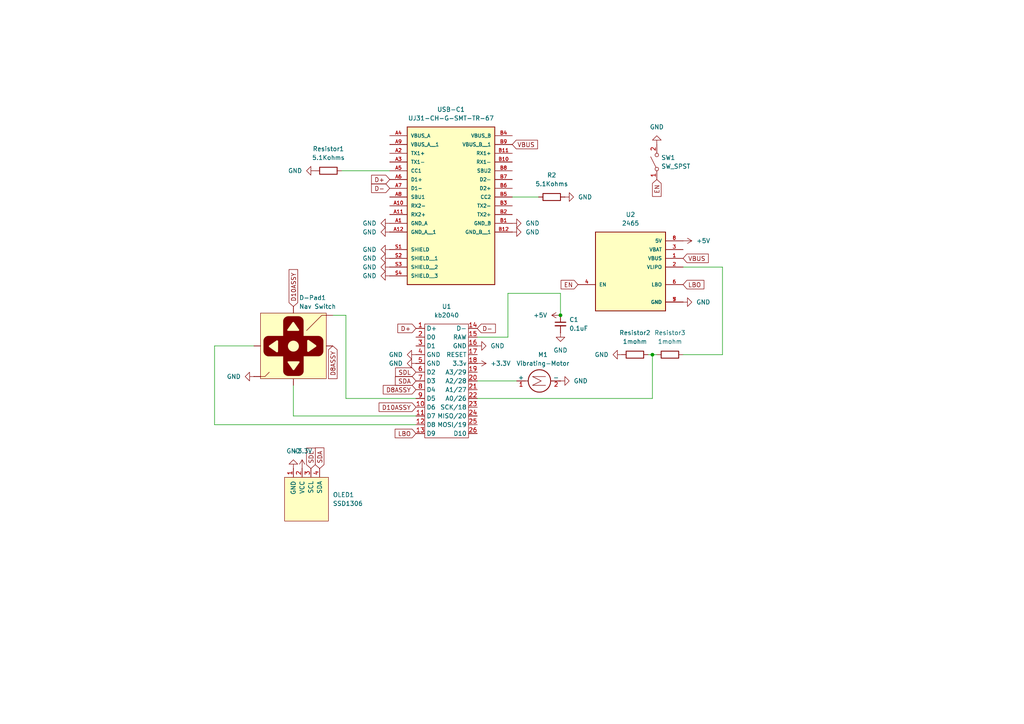
<source format=kicad_sch>
(kicad_sch (version 20250114) (generator "eeschema") (generator_version "9.0")
  (paper "A4")
  (lib_symbols
    (symbol "2465:2465" (pin_names (offset 1.016))
      (property "Reference" "U" (at -10.16 10.795 0))
      (property "Value" "2465" (at -10.16 -15.24 0))
      (symbol "2465_0_0"
        (rectangle (start -10.16 -12.7) (end 10.16 10.16) (stroke (width 0.254)) (fill (type background)))
        (pin input line (at -15.24 -5.08 0) (length 5.08) (name "EN") (number "4"))
        (pin power_in line (at 15.24 7.62 180) (length 5.08) (name "5V") (number "8"))
        (pin power_in line (at 15.24 5.08 180) (length 5.08) (name "VBAT") (number "3"))
        (pin power_in line (at 15.24 2.54 180) (length 5.08) (name "VBUS") (number "1"))
        (pin power_in line (at 15.24 0 180) (length 5.08) (name "VLIPO") (number "2"))
        (pin output line (at 15.24 -5.08 180) (length 5.08) (name "LBO") (number "6"))
        (pin power_in line (at 15.24 -10.16 180) (length 5.08) (name "GND") (number "5"))
        (pin power_in line (at 15.24 -10.16 180) (length 5.08) (name "GND") (number "7"))
      )
    )
    (symbol "D-pad:Navigation_5Way_SMD_9.9x9.9mm" (pin_numbers (hide yes)) (pin_names (offset 0) (hide yes))
      (property "Reference" "SW" (at -8.255 10.795 0))
      (property "Value" "Nav Switch" (at 6.985 -10.795 0))
      (symbol "Navigation_5Way_SMD_9.9x9.9mm_1_0"
        (polyline (pts (xy 1.5178 8.6159) (xy 1.5923 8.6104) (xy 1.6661 8.6013) (xy 1.739 8.5888) (xy 1.811 8.573) (xy 1.7984 8.5872) (xy 1.9517 8.5314) (xy 2.0201 8.5059) (xy 2.087 8.4774) (xy 2.1525 8.4459) (xy 2.2163 8.4115) (xy 2.2783 8.3744) (xy 2.3384 8.3345) (xy 2.3965 8.2921) (xy 2.4525 8.2471) (xy 2.5062 8.1997) (xy 2.5576 8.1499) (xy 2.6065 8.0978) (xy 2.6529 8.0436) (xy 2.6965 7.9872) (xy 2.7373 7.9289) (xy 2.7751 7.8686) (xy 2.8099 7.8065) (xy 2.8416 7.7426) (xy 2.8699 7.677) (xy 2.8949 7.6099) (xy 2.9163 7.5412) (xy 2.9341 7.4711) (xy 2.9481 7.3997) (xy 2.9583 7.3271) (xy 2.9645 7.2532) (xy 2.9666 7.1783) (xy 2.9666 2.9027) (xy 7.2211 2.9027) (xy 7.2212 2.9027) (xy 7.2961 2.9007) (xy 7.3702 2.8949) (xy 7.4431 2.8853) (xy 7.5149 2.872) (xy 7.5855 2.8553) (xy 7.6548 2.835) (xy 7.7227 2.8114) (xy 7.7891 2.7846) (xy 7.8539 2.7547) (xy 7.917 2.7217) (xy 7.9784 2.6858) (xy 8.0379 2.6471) (xy 8.0955 2.6056) (xy 8.151 2.5616) (xy 8.2045 2.5151) (xy 8.2557 2.4661) (xy 8.3047 2.4149) (xy 8.3512 2.3615) (xy 8.3953 2.306) (xy 8.4368 2.2485) (xy 8.4757 2.1891) (xy 8.5118 2.128) (xy 8.5451 2.0652) (xy 8.5755 2.0008) (xy 8.6029 1.935) (xy 8.6272 1.8678) (xy 8.6483 1.7994) (xy 8.6661 1.7298) (xy 8.6806 1.6592) (xy 8.6916 1.5876) (xy 8.699 1.5153) (xy 8.7029 1.4422) (xy 8.7029 -1.4577) (xy 8.7009 -1.5329) (xy 8.6953 -1.6076) (xy 8.686 -1.6817) (xy 8.6731 -1.755) (xy 8.6567 -1.8275) (xy 8.637 -1.899) (xy 8.614 -1.9693) (xy 8.5878 -2.0384) (xy 8.5584 -2.1062) (xy 8.5261 -2.1725) (xy 8.4909 -2.2371) (xy 8.4528 -2.3001) (xy 8.412 -2.3611) (xy 8.3686 -2.4202) (xy 8.3226 -2.4772) (xy 8.2742 -2.5319) (xy 8.2235 -2.5843) (xy 8.1704 -2.6342) (xy 8.1152 -2.6815) (xy 8.0579 -2.726) (xy 7.9987 -2.7678) (xy 7.9375 -2.8065) (xy 7.8745 -2.8421) (xy 7.8099 -2.8745) (xy 7.7436 -2.9036) (xy 7.6758 -2.9292) (xy 7.6066 -2.9512) (xy 7.536 -2.9695) (xy 7.4642 -2.9839) (xy 7.3913 -2.9944) (xy 7.3173 -3.0007) (xy 7.2423 -3.0029) (xy 2.9878 -3.0029) (xy 2.9878 -7.2785) (xy 2.9857 -7.3516) (xy 2.9795 -7.4238) (xy 2.9693 -7.495) (xy 2.9553 -7.5653) (xy 2.9375 -7.6343) (xy 2.9161 -7.7022) (xy 2.8911 -7.7687) (xy 2.8628 -7.8339) (xy 2.8311 -7.8975) (xy 2.7963 -7.9594) (xy 2.7585 -8.0197) (xy 2.7177 -8.0782) (xy 2.674 -8.1347) (xy 2.6277 -8.1892) (xy 2.5788 -8.2417) (xy 2.5274 -8.2919) (xy 2.4737 -8.3399) (xy 2.4177 -8.3854) (xy 2.3596 -8.4285) (xy 2.2995 -8.469) (xy 2.2375 -8.5068) (xy 2.1737 -8.5418) (xy 2.1082 -8.574) (xy 2.0413 -8.6031) (xy 1.9729 -8.6292) (xy 1.9031 -8.6522) (xy 1.8322 -8.6719) (xy 1.7602 -8.6882) (xy 1.6873 -8.701) (xy 1.6135 -8.7103) (xy 1.5389 -8.716) (xy 1.4638 -8.7179) (xy -1.436 -8.7179) (xy -1.5112 -8.7161) (xy -1.5857 -8.7106) (xy -1.6595 -8.7015) (xy -1.7324 -8.689) (xy -1.8044 -8.6732) (xy -1.8753 -8.654) (xy -1.945 -8.6316) (xy -2.0135 -8.6061) (xy -2.0804 -8.5776) (xy -2.1459 -8.5461) (xy -2.2097 -8.5117) (xy -2.2717 -8.4746) (xy -2.3318 -8.4347) (xy -2.3899 -8.3923) (xy -2.4459 -8.3473) (xy -2.4996 -8.2999) (xy -2.551 -8.2501) (xy -2.5999 -8.198) (xy -2.6462 -8.1438) (xy -2.6899 -8.0874) (xy -2.7307 -8.0291) (xy -2.7685 -7.9688) (xy -2.8033 -7.9067) (xy -2.835 -7.8428) (xy -2.8633 -7.7772) (xy -2.8883 -7.7101) (xy -2.9097 -7.6414) (xy -2.9275 -7.5713) (xy -2.9415 -7.4999) (xy -2.9517 -7.4273) (xy -2.9579 -7.3534) (xy -2.96 -7.2785) (xy -2.96 -4.6891) (xy -1.6773 -4.6891) (xy -1.6773 -4.6966) (xy -1.6769 -4.7041) (xy -1.6763 -4.7115) (xy -1.6753 -4.7189) (xy -1.674 -4.7262) (xy -1.6724 -4.7335) (xy -1.6705 -4.7408) (xy -1.6682 -4.7481) (xy -1.6656 -4.7553) (xy -1.6627 -4.7626) (xy -1.6558 -4.7774) (xy -1.6475 -4.7923) (xy -1.6378 -4.8075) (xy -1.6266 -4.8232) (xy -0.1873 -6.8975) (xy -0.1831 -6.9053) (xy -0.1786 -6.9129) (xy -0.1738 -6.9202) (xy -0.1686 -6.9273) (xy -0.1631 -6.9341) (xy -0.1573 -6.9407) (xy -0.145 -6.9531) (xy -0.1316 -6.9645) (xy -0.1173 -6.9749) (xy -0.1024 -6.9843) (xy -0.0868 -6.9927) (xy -0.0707 -7.0002) (xy -0.0542 -7.0066) (xy -0.0375 -7.0121) (xy -0.0206 -7.0166) (xy -0.0038 -7.02) (xy 0.013 -7.0225) (xy 0.0294 -7.024) (xy 0.0455 -7.0245) (xy 0.0614 -7.024) (xy 0.0773 -7.0225) (xy 0.093 -7.02) (xy 0.1087 -7.0166) (xy 0.1243 -7.0121) (xy 0.1397 -7.0066) (xy 0.1549 -7.0002) (xy 0.1699 -6.9927) (xy 0.1846 -6.9843) (xy 0.1991 -6.9749) (xy 0.2133 -6.9645) (xy 0.2271 -6.9531) (xy 0.2405 -6.9407) (xy 0.2536 -6.9273) (xy 0.2662 -6.9129) (xy 0.2784 -6.8975) (xy 1.7389 -4.8443) (xy 1.7389 -4.8444) (xy 1.7501 -4.8288) (xy 1.7598 -4.8135) (xy 1.7681 -4.7984) (xy 1.775 -4.7835) (xy 1.7805 -4.7686) (xy 1.7847 -4.7536) (xy 1.7876 -4.7383) (xy 1.7892 -4.7227) (xy 1.7895 -4.7065) (xy 1.7887 -4.6898) (xy 1.7867 -4.6723) (xy 1.7835 -4.6539) (xy 1.7792 -4.6345) (xy 1.7739 -4.614) (xy 1.7674 -4.5923) (xy 1.76 -4.5692) (xy 1.7559 -4.5596) (xy 1.7515 -4.5506) (xy 1.747 -4.5421) (xy 1.7421 -4.5343) (xy 1.737 -4.5269) (xy 1.7317 -4.5201) (xy 1.7261 -4.5138) (xy 1.7203 -4.508) (xy 1.7142 -4.5027) (xy 1.7079 -4.4978) (xy 1.7013 -4.4933) (xy 1.6945 -4.4892) (xy 1.6874 -4.4855) (xy 1.6801 -4.4822) (xy 1.6647 -4.4766) (xy 1.6484 -4.4722) (xy 1.631 -4.4689) (xy 1.6127 -4.4666) (xy 1.5933 -4.465) (xy 1.573 -4.4641) (xy 1.5516 -4.4636) (xy 1.506 -4.4634) (xy -1.3938 -4.4634) (xy -1.4395 -4.4636) (xy -1.4608 -4.4641) (xy -1.4811 -4.465) (xy -1.5005 -4.4666) (xy -1.5188 -4.4689) (xy -1.5276 -4.4705) (xy -1.5362 -4.4722) (xy -1.5445 -4.4743) (xy -1.5526 -4.4766) (xy -1.5604 -4.4792) (xy -1.5679 -4.4822) (xy -1.5753 -4.4855) (xy -1.5823 -4.4892) (xy -1.5891 -4.4933) (xy -1.5957 -4.4978) (xy -1.602 -4.5027) (xy -1.6081 -4.508) (xy -1.6139 -4.5138) (xy -1.6195 -4.5201) (xy -1.6249 -4.5269) (xy -1.6299 -4.5343) (xy -1.6348 -4.5421) (xy -1.6394 -4.5506) (xy -1.6437 -4.5596) (xy -1.6478 -4.5692) (xy -1.6552 -4.5886) (xy -1.6617 -4.607) (xy -1.667 -4.6247) (xy -1.6713 -4.6416) (xy -1.6745 -4.6579) (xy -1.6765 -4.6737) (xy -1.6773 -4.6891) (xy -2.96 -4.6891) (xy -2.96 -3.024) (xy -7.2357 -3.024) (xy -7.3106 -3.02) (xy -7.3844 -3.0118) (xy -7.457 -2.9997) (xy -7.5285 -2.9837) (xy -7.5985 -2.9639) (xy -7.6672 -2.9406) (xy -7.7343 -2.9137) (xy -7.7999 -2.8835) (xy -7.8638 -2.85) (xy -7.9259 -2.8134) (xy -7.9862 -2.7738) (xy -8.0446 -2.7312) (xy -8.1009 -2.6859) (xy -8.1552 -2.638) (xy -8.2072 -2.5875) (xy -8.257 -2.5346) (xy -8.3044 -2.4794) (xy -8.3494 -2.422) (xy -8.3919 -2.3626) (xy -8.4317 -2.3012) (xy -8.4688 -2.238) (xy -8.5032 -2.1731) (xy -8.5347 -2.1067) (xy -8.5632 -2.0388) (xy -8.5887 -1.9696) (xy -8.6111 -1.8991) (xy -8.6303 -1.8276) (xy -8.6462 -1.7551) (xy -8.6587 -1.6817) (xy -8.6677 -1.6076) (xy -8.6732 -1.5329) (xy -8.675 -1.4577) (xy -8.675 -0.1031) (xy -7.1087 -0.1031) (xy -7.1083 -0.1189) (xy -7.1068 -0.1348) (xy -7.1043 -0.1505) (xy -7.1008 -0.1662) (xy -7.0964 -0.1818) (xy -7.0909 -0.1972) (xy -7.0844 -0.2124) (xy -7.077 -0.2274) (xy -7.0686 -0.2421) (xy -7.0592 -0.2566) (xy -7.0487 -0.2708) (xy -7.0373 -0.2846) (xy -7.0249 -0.298) (xy -7.0115 -0.3111) (xy -6.9971 -0.3237) (xy -6.9818 -0.3359) (xy -4.9286 -1.7963) (xy -4.9118 -1.8042) (xy -4.8932 -1.8118) (xy -4.8833 -1.8155) (xy -4.8731 -1.819) (xy -4.8626 -1.8223) (xy -4.8518 -1.8254) (xy -4.8408 -1.8282) (xy -4.8296 -1.8308) (xy -4.8181 -1.8331) (xy -4.8065 -1.835) (xy -4.7948 -1.8365) (xy -4.783 -1.8377) (xy -4.7711 -1.8384) (xy -4.7592 -1.8386) (xy -4.7552 -1.8405) (xy -4.7511 -1.8421) (xy -4.7468 -1.8435) (xy -4.7425 -1.8446) (xy -4.738 -1.8456) (xy -4.7335 -1.8463) (xy -4.7242 -1.8472) (xy -4.7146 -1.8473) (xy -4.7049 -1.8468) (xy -4.6951 -1.8456) (xy -4.6852 -1.8439) (xy -4.6753 -1.8417) (xy -4.6654 -1.839) (xy -4.6557 -1.836) (xy -4.6461 -1.8327) (xy -4.6368 -1.8291) (xy -4.6279 -1.8253) (xy -4.6193 -1.8214) (xy -4.6111 -1.8175) (xy -4.5952 -1.809) (xy -4.5795 -1.7996) (xy -4.564 -1.7892) (xy -4.5489 -1.7778) (xy -4.5343 -1.7654) (xy -4.5203 -1.752) (xy -4.507 -1.7376) (xy -4.4947 -1.7222) (xy -4.4833 -1.7059) (xy -4.473 -1.6885) (xy -4.464 -1.6702) (xy -4.4563 -1.6508) (xy -4.453 -1.6408) (xy -4.4501 -1.6305) (xy -4.4476 -1.6199) (xy -4.4455 -1.6091) (xy -4.4439 -1.5981) (xy -4.4427 -1.5868) (xy -4.442 -1.5753) (xy -4.4417 -1.5635) (xy -4.4308 -0.0607) (xy -1.579 -0.0607) (xy -1.5772 -0.137) (xy -1.5718 -0.2133) (xy -1.5628 -0.2892) (xy -1.5502 -0.3647) (xy -1.534 -0.4396) (xy -1.5142 -0.5138) (xy -1.4908 -0.587) (xy -1.4639 -0.6593) (xy -1.4333 -0.7304) (xy -1.3991 -0.8001) (xy -1.3614 -0.8684) (xy -1.32 -0.935) (xy -1.275 -0.9999) (xy -1.2265 -1.0629) (xy -1.1743 -1.1238) (xy -1.1186 -1.1825) (xy -1.0599 -1.2382) (xy -0.999 -1.2904) (xy -0.936 -1.339) (xy -0.8711 -1.3839) (xy -0.8044 -1.4253) (xy -0.7362 -1.463) (xy -0.6664 -1.4972) (xy -0.5953 -1.5278) (xy -0.5231 -1.5548) (xy -0.4498 -1.5781) (xy -0.3756 -1.5979) (xy -0.3007 -1.6141) (xy -0.2253 -1.6267) (xy -0.1493 -1.6357) (xy -0.0731 -1.6411) (xy 0.0033 -1.6429) (xy 0.0796 -1.6411) (xy 0.1559 -1.6357) (xy 0.2318 -1.6267) (xy 0.3073 -1.6141) (xy 0.3822 -1.5979) (xy 0.4564 -1.5781) (xy 0.5296 -1.5548) (xy 0.6019 -1.5278) (xy 0.673 -1.4972) (xy 0.7427 -1.463) (xy 0.7522 -1.4578) (xy 4.0037 -1.4578) (xy 4.0039 -1.4677) (xy 4.0044 -1.4776) (xy 4.0053 -1.4875) (xy 4.0066 -1.4973) (xy 4.0083 -1.5071) (xy 4.0102 -1.5169) (xy 4.0126 -1.5266) (xy 4.0153 -1.5362) (xy 4.0183 -1.5457) (xy 4.0216 -1.5551) (xy 4.0253 -1.5643) (xy 4.0294 -1.5735) (xy 4.0337 -1.5825) (xy 4.0384 -1.5914) (xy 4.0434 -1.6001) (xy 4.0487 -1.6086) (xy 4.0543 -1.6169) (xy 4.0602 -1.6251) (xy 4.0664 -1.633) (xy 4.073 -1.6407) (xy 4.0798 -1.6482) (xy 4.0869 -1.6554) (xy 4.0943 -1.6624) (xy 4.1019 -1.6691) (xy 4.1099 -1.6755) (xy 4.1181 -1.6817) (xy 4.1266 -1.6875) (xy 4.1354 -1.693) (xy 4.1444 -1.6982) (xy 4.1537 -1.7031) (xy 4.1632 -1.7076) (xy 4.173 -1.7117) (xy 4.1814 -1.712) (xy 4.1907 -1.7127) (xy 4.2006 -1.7137) (xy 4.2111 -1.715) (xy 4.2329 -1.7184) (xy 4.255 -1.7223) (xy 4.2951 -1.7296) (xy 4.3105 -1.732) (xy 4.3165 -1.7327) (xy 4.3212 -1.7329) (xy 4.3271 -1.7347) (xy 4.3331 -1.7361) (xy 4.339 -1.7372) (xy 4.345 -1.738) (xy 4.3509 -1.7384) (xy 4.3568 -1.7385) (xy 4.3627 -1.7383) (xy 4.3685 -1.7378) (xy 4.3743 -1.7371) (xy 4.3801 -1.7361) (xy 4.3858 -1.7348) (xy 4.3915 -1.7332) (xy 4.3972 -1.7315) (xy 4.4028 -1.7295) (xy 4.4138 -1.7249) (xy 4.4246 -1.7196) (xy 4.4351 -1.7136) (xy 4.4453 -1.7071) (xy 4.4552 -1.7001) (xy 4.4647 -1.6928) (xy 4.4737 -1.6851) (xy 4.4824 -1.6773) (xy 4.4905 -1.6694) (xy 6.5649 -0.23) (xy 6.5649 -0.2299) (xy 6.5803 -0.218) (xy 6.5946 -0.206) (xy 6.6078 -0.1939) (xy 6.6198 -0.1816) (xy 6.6306 -0.1691) (xy 6.6401 -0.1562) (xy 6.6443 -0.1497) (xy 6.6482 -0.143) (xy 6.6517 -0.1363) (xy 6.6549 -0.1294) (xy 6.6577 -0.1224) (xy 6.6601 -0.1152) (xy 6.6621 -0.1079) (xy 6.6637 -0.1005) (xy 6.665 -0.0929) (xy 6.6658 -0.0852) (xy 6.6662 -0.0773) (xy 6.6661 -0.0692) (xy 6.6657 -0.0609) (xy 6.6648 -0.0524) (xy 6.6634 -0.0438) (xy 6.6616 -0.0349) (xy 6.6593 -0.0258) (xy 6.6566 -0.0165) (xy 6.6533 -0.0069) (xy 6.6496 0.0029) (xy 6.6491 0.0187) (xy 6.6476 0.0346) (xy 6.6452 0.0504) (xy 6.6417 0.066) (xy 6.6372 0.0816) (xy 6.6318 0.097) (xy 6.6253 0.1122) (xy 6.6179 0.1272) (xy 6.6095 0.142) (xy 6.6 0.1564) (xy 6.5896 0.1706) (xy 6.5782 0.1844) (xy 6.5658 0.1979) (xy 6.5524 0.2109) (xy 6.538 0.2235) (xy 6.5226 0.2357) (xy 4.4695 1.6962) (xy 4.4533 1.7039) (xy 4.4368 1.711) (xy 4.4197 1.7175) (xy 4.4023 1.7233) (xy 4.3845 1.7284) (xy 4.3664 1.7326) (xy 4.3479 1.736) (xy 4.3292 1.7385) (xy 4.3103 1.74) (xy 4.2911 1.7404) (xy 4.2717 1.7397) (xy 4.2522 1.7379) (xy 4.2325 1.7347) (xy 4.2128 1.7303) (xy 4.193 1.7246) (xy 4.1731 1.7174) (xy 4.1573 1.7089) (xy 4.1415 1.6995) (xy 4.126 1.6891) (xy 4.1109 1.6777) (xy 4.0963 1.6653) (xy 4.0823 1.6519) (xy 4.0691 1.6375) (xy 4.0567 1.6221) (xy 4.0453 1.6058) (xy 4.035 1.5884) (xy 4.026 1.5701) (xy 4.0183 1.5507) (xy 4.015 1.5407) (xy 4.0121 1.5304) (xy 4.0096 1.5198) (xy 4.0076 1.509) (xy 4.0059 1.498) (xy 4.0047 1.4867) (xy 4.004 1.4752) (xy 4.0038 1.4634) (xy 4.0037 -1.4578) (xy 0.7522 -1.4578) (xy 0.811 -1.4253) (xy 0.8776 -1.3839) (xy 0.9425 -1.339) (xy 1.0055 -1.2904) (xy 1.0664 -1.2382) (xy 1.1251 -1.1825) (xy 1.1828 -1.1238) (xy 1.2367 -1.0629) (xy 1.287 -0.9999) (xy 1.3335 -0.935) (xy 1.3762 -0.8684) (xy 1.4153 -0.8001) (xy 1.4507 -0.7303) (xy 1.4823 -0.6593) (xy 1.5102 -0.587) (xy 1.5344 -0.5137) (xy 1.5548 -0.4396) (xy 1.5716 -0.3647) (xy 1.5846 -0.2892) (xy 1.5939 -0.2132) (xy 1.5995 -0.137) (xy 1.6013 -0.0606) (xy 1.5995 0.0157) (xy 1.5939 0.092) (xy 1.5846 0.1679) (xy 1.5716 0.2434) (xy 1.5548 0.3183) (xy 1.5344 0.3925) (xy 1.5102 0.4657) (xy 1.4823 0.538) (xy 1.4507 0.6091) (xy 1.4153 0.6788) (xy 1.3762 0.7471) (xy 1.3335 0.8137) (xy 1.287 0.8786) (xy 1.2367 0.9416) (xy 1.1828 1.0025) (xy 1.1251 1.0612) (xy 1.0664 1.1169) (xy 1.0055 1.1691) (xy 0.9425 1.2176) (xy 0.8776 1.2626) (xy 0.811 1.304) (xy 0.7427 1.3417) (xy 0.6729 1.3759) (xy 0.6019 1.4065) (xy 0.5296 1.4334) (xy 0.4563 1.4568) (xy 0.3822 1.4766) (xy 0.3073 1.4928) (xy 0.2318 1.5054) (xy 0.1559 1.5144) (xy 0.0796 1.5198) (xy 0.0033 1.5216) (xy -0.0731 1.5198) (xy -0.1493 1.5144) (xy -0.2253 1.5054) (xy -0.3008 1.4928) (xy -0.3757 1.4766) (xy -0.4498 1.4568) (xy -0.5231 1.4334) (xy -0.5954 1.4065) (xy -0.6664 1.3759) (xy -0.7362 1.3417) (xy -0.8044 1.304) (xy -0.8711 1.2626) (xy -0.936 1.2176) (xy -0.999 1.1691) (xy -1.0599 1.1169) (xy -1.1186 1.0612) (xy -1.1743 1.0025) (xy -1.2265 0.9416) (xy -1.275 0.8786) (xy -1.32 0.8137) (xy -1.3614 0.747) (xy -1.3991 0.6788) (xy -1.4333 0.609) (xy -1.4639 0.5379) (xy -1.4908 0.4657) (xy -1.5142 0.3924) (xy -1.534 0.3182) (xy -1.5502 0.2433) (xy -1.5628 0.1679) (xy -1.5718 0.0919) (xy -1.5772 0.0157) (xy -1.579 -0.0607) (xy -4.4308 -0.0607) (xy -4.4206 1.3363) (xy -4.4208 1.3462) (xy -4.4213 1.3561) (xy -4.4222 1.366) (xy -4.4235 1.3759) (xy -4.4251 1.3857) (xy -4.4271 1.3954) (xy -4.4295 1.4051) (xy -4.4321 1.4147) (xy -4.4352 1.4242) (xy -4.4385 1.4336) (xy -4.4422 1.4429) (xy -4.4462 1.452) (xy -4.4506 1.461) (xy -4.4553 1.4699) (xy -4.4603 1.4786) (xy -4.4656 1.4871) (xy -4.4712 1.4955) (xy -4.4771 1.5036) (xy -4.4833 1.5115) (xy -4.4898 1.5192) (xy -4.4966 1.5267) (xy -4.5038 1.534) (xy -4.5111 1.5409) (xy -4.5188 1.5476) (xy -4.5268 1.5541) (xy -4.535 1.5602) (xy -4.5435 1.566) (xy -4.5523 1.5716) (xy -4.5613 1.5768) (xy -4.5706 1.5816) (xy -4.5801 1.5861) (xy -4.5899 1.5903) (xy -4.6065 1.5977) (xy -4.6244 1.6041) (xy -4.6434 1.6095) (xy -4.6634 1.6138) (xy -4.684 1.617) (xy -4.7053 1.619) (xy -4.7269 1.6198) (xy -4.7487 1.6194) (xy -4.7705 1.6178) (xy -4.7921 1.6149) (xy -4.8133 1.6107) (xy -4.834 1.6052) (xy -4.8539 1.5983) (xy -4.8729 1.59) (xy -4.8908 1.5803) (xy -4.8993 1.5749) (xy -4.9074 1.5691) (xy -6.9818 0.1298) (xy -6.9896 0.1256) (xy -6.9971 0.1211) (xy -7.0045 0.1163) (xy -7.0115 0.1111) (xy -7.0184 0.1056) (xy -7.0249 0.0998) (xy -7.0373 0.0875) (xy -7.0487 0.0741) (xy -7.0592 0.0598) (xy -7.0686 0.0449) (xy -7.077 0.0293) (xy -7.0844 0.0131) (xy -7.0909 -0.0033) (xy -7.0964 -0.02) (xy -7.1008 -0.0369) (xy -7.1043 -0.0537) (xy -7.1068 -0.0705) (xy -7.1083 -0.0869) (xy -7.1087 -0.1031) (xy -8.675 -0.1031) (xy -8.675 1.4421) (xy -8.6732 1.5152) (xy -8.6677 1.5876) (xy -8.6587 1.6592) (xy -8.6462 1.7298) (xy -8.6303 1.7993) (xy -8.6111 1.8678) (xy -8.5887 1.935) (xy -8.5632 2.0008) (xy -8.5347 2.0651) (xy -8.5032 2.1279) (xy -8.4688 2.1891) (xy -8.4317 2.2485) (xy -8.3919 2.3059) (xy -8.3494 2.3615) (xy -8.3044 2.4149) (xy -8.257 2.4661) (xy -8.2072 2.5151) (xy -8.1552 2.5616) (xy -8.1009 2.6056) (xy -8.0446 2.6471) (xy -7.9862 2.6858) (xy -7.9259 2.7217) (xy -7.8638 2.7547) (xy -7.7999 2.7846) (xy -7.7343 2.8114) (xy -7.6672 2.835) (xy -7.5985 2.8552) (xy -7.5285 2.872) (xy -7.457 2.8853) (xy -7.3844 2.8949) (xy -7.3106 2.9007) (xy -7.2357 2.9027) (xy -2.96 2.9027) (xy -2.96 4.6187) (xy -1.783 4.6187) (xy -1.7822 4.6014) (xy -1.7802 4.5838) (xy -1.777 4.5659) (xy -1.7728 4.5476) (xy -1.7674 4.5289) (xy -1.761 4.5098) (xy -1.7536 4.4902) (xy -1.7494 4.4807) (xy -1.7449 4.4718) (xy -1.74 4.4637) (xy -1.7348 4.4561) (xy -1.7293 4.4492) (xy -1.7235 4.4428) (xy -1.7173 4.437) (xy -1.7109 4.4317) (xy -1.7042 4.4268) (xy -1.6972 4.4224) (xy -1.69 4.4184) (xy -1.6825 4.4147) (xy -1.6668 4.4083) (xy -1.6504 4.4029) (xy -1.6331 4.3983) (xy -1.6153 4.3941) (xy -1.5779 4.3861) (xy -1.5587 4.3816) (xy -1.5391 4.3765) (xy -1.5194 4.3705) (xy -1.4995 4.3633) (xy 1.4003 4.3633) (xy 1.4399 4.3635) (xy 1.4594 4.3641) (xy 1.4787 4.3652) (xy 1.4976 4.3671) (xy 1.516 4.3699) (xy 1.525 4.3718) (xy 1.5339 4.3739) (xy 1.5426 4.3763) (xy 1.5511 4.3791) (xy 1.5594 4.3823) (xy 1.5676 4.3859) (xy 1.5755 4.3898) (xy 1.5832 4.3943) (xy 1.5907 4.3991) (xy 1.5979 4.4045) (xy 1.6049 4.4104) (xy 1.6116 4.4168) (xy 1.618 4.4238) (xy 1.6242 4.4314) (xy 1.63 4.4395) (xy 1.6355 4.4483) (xy 1.6407 4.4578) (xy 1.6456 4.4679) (xy 1.6501 4.4787) (xy 1.6543 4.4902) (xy 1.6617 4.5096) (xy 1.6681 4.5281) (xy 1.6735 4.5457) (xy 1.6778 4.5627) (xy 1.6809 4.579) (xy 1.6829 4.5948) (xy 1.6838 4.6101) (xy 1.6837 4.6177) (xy 1.6834 4.6251) (xy 1.6827 4.6326) (xy 1.6818 4.6399) (xy 1.6805 4.6472) (xy 1.6789 4.6545) (xy 1.677 4.6618) (xy 1.6747 4.6691) (xy 1.6721 4.6764) (xy 1.6692 4.6837) (xy 1.6623 4.6984) (xy 1.654 4.7133) (xy 1.6443 4.7286) (xy 1.6331 4.7442) (xy 0.1937 6.8185) (xy 0.1896 6.8263) (xy 0.1851 6.8339) (xy 0.1802 6.8412) (xy 0.1751 6.8483) (xy 0.1696 6.8551) (xy 0.1638 6.8617) (xy 0.1514 6.8741) (xy 0.1381 6.8855) (xy 0.1238 6.8959) (xy 0.1088 6.9054) (xy 0.0932 6.9138) (xy 0.0771 6.9212) (xy 0.0606 6.9277) (xy 0.0439 6.9331) (xy 0.0271 6.9376) (xy 0.0102 6.9411) (xy -0.0065 6.9435) (xy -0.023 6.945) (xy -0.0391 6.9455) (xy -0.055 6.945) (xy -0.0708 6.9435) (xy -0.0866 6.9411) (xy -0.1022 6.9376) (xy -0.1178 6.9331) (xy -0.1332 6.9277) (xy -0.1484 6.9212) (xy -0.1634 6.9138) (xy -0.1782 6.9054) (xy -0.1926 6.8959) (xy -0.2068 6.8855) (xy -0.2206 6.8741) (xy -0.2341 6.8617) (xy -0.2471 6.8483) (xy -0.2597 6.8339) (xy -0.2719 6.8185) (xy -1.7324 4.7654) (xy -1.7436 4.7495) (xy -1.7533 4.7336) (xy -1.7616 4.7176) (xy -1.7684 4.7015) (xy -1.774 4.6853) (xy -1.7781 4.669) (xy -1.781 4.6524) (xy -1.7827 4.6357) (xy -1.783 4.6187) (xy -2.96 4.6187) (xy -2.96 7.1783) (xy -2.9579 7.2514) (xy -2.9517 7.3236) (xy -2.9415 7.3948) (xy -2.9275 7.4651) (xy -2.9097 7.5341) (xy -2.8883 7.602) (xy -2.8633 7.6685) (xy -2.835 7.7337) (xy -2.8034 7.7972) (xy -2.7686 7.8592) (xy -2.7307 7.9195) (xy -2.6899 7.9779) (xy -2.6463 8.0345) (xy -2.6 8.089) (xy -2.551 8.1415) (xy -2.4997 8.1917) (xy -2.4459 8.2397) (xy -2.3899 8.2852) (xy -2.3318 8.3283) (xy -2.2717 8.3688) (xy -2.2097 8.4066) (xy -2.1459 8.4416) (xy -2.0805 8.4738) (xy -2.0135 8.5029) (xy -1.9451 8.529) (xy -1.8754 8.552) (xy -1.8044 8.5717) (xy -1.7325 8.588) (xy -1.6595 8.6008) (xy -1.5857 8.6101) (xy -1.5112 8.6158) (xy -1.436 8.6177) (xy 1.4426 8.6177) (xy 1.5178 8.6159)) (stroke (width -0.0001)) (fill (type outline)))
      )
      (symbol "Navigation_5Way_SMD_9.9x9.9mm_1_1"
        (rectangle (start -9.525 9.525) (end 9.525 -9.525) (fill (type background)))
        (polyline (pts (xy -6.985 -7.62) (xy -8.255 -8.89) (xy -9.525 -8.89)))
        (polyline (pts (xy 3.81 4.445) (xy 8.255 8.89) (xy 9.525 8.89)))
        (pin passive line (at -11.43 0 0) (length 1.905) (name "Left") (number "7"))
        (pin passive line (at -11.43 -8.89 0) (length 1.905) (name "GND") (number "10"))
        (pin passive line (at -11.43 -8.89 0) (length 1.905) (hide yes) (name "GND") (number "3"))
        (pin passive line (at -11.43 -8.89 0) (length 1.905) (hide yes) (name "GND") (number "6"))
        (pin passive line (at -11.43 -8.89 0) (length 1.905) (hide yes) (name "GND") (number "8"))
        (pin passive line (at -11.43 -8.89 0) (length 1.905) (hide yes) (name "GND") (number "9"))
        (pin passive line (at 0 11.43 270) (length 1.905) (name "Up") (number "1"))
        (pin passive line (at 0 -11.43 90) (length 1.905) (name "Down") (number "5"))
        (pin passive line (at 11.43 8.89 180) (length 1.905) (name "Center") (number "4"))
        (pin passive line (at 11.43 0 180) (length 1.905) (name "Right") (number "2"))
      )
    )
    (symbol "Device:C_Small" (pin_numbers (hide yes)) (pin_names (offset 0.254) (hide yes))
      (property "Reference" "C" (at 0.254 1.778 0))
      (property "Value" "C_Small" (at 0.254 -2.032 0))
      (symbol "C_Small_0_1"
        (polyline (pts (xy -1.524 0.508) (xy 1.524 0.508)) (stroke (width 0.3048)))
        (polyline (pts (xy -1.524 -0.508) (xy 1.524 -0.508)) (stroke (width 0.3302)))
      )
      (symbol "C_Small_1_1"
        (pin passive line (at 0 2.54 270) (length 2.032) (name "~") (number "1"))
        (pin passive line (at 0 -2.54 90) (length 2.032) (name "~") (number "2"))
      )
    )
    (symbol "Device:R" (pin_numbers (hide yes)) (pin_names (offset 0))
      (property "Reference" "R" (at 2.032 0 90))
      (property "Value" "R" (at 0 0 90))
      (symbol "R_0_1"
        (rectangle (start -1.016 -2.54) (end 1.016 2.54) (stroke (width 0.254)))
      )
      (symbol "R_1_1"
        (pin passive line (at 0 3.81 270) (length 1.27) (name "~") (number "1"))
        (pin passive line (at 0 -3.81 90) (length 1.27) (name "~") (number "2"))
      )
    )
    (symbol "Motor:Motor_DC" (pin_names (offset 0))
      (property "Reference" "M" (at 2.54 2.54 0))
      (property "Value" "Motor_DC" (at 2.54 -5.08 0))
      (symbol "Motor_DC_0_0"
        (polyline (pts (xy -1.27 -3.302) (xy -1.27 0.508) (xy 0 -2.032) (xy 1.27 0.508) (xy 1.27 -3.302)))
      )
      (symbol "Motor_DC_0_1"
        (polyline (pts (xy 0 2.032) (xy 0 2.54)))
        (polyline (pts (xy 0 1.7272) (xy 0 2.0828)))
        (circle (center 0 -1.524) (radius 3.2512) (stroke (width 0.254)))
        (polyline (pts (xy 0 -4.7752) (xy 0 -5.1816)))
        (polyline (pts (xy 0 -7.62) (xy 0 -7.112)))
      )
      (symbol "Motor_DC_1_1"
        (pin passive line (at 0 5.08 270) (length 2.54) (name "+") (number "1"))
        (pin passive line (at 0 -7.62 90) (length 2.54) (name "-") (number "2"))
      )
    )
    (symbol "SSD1306-128x64_OLED:SSD1306" (pin_names (offset 1.016))
      (property "Reference" "Brd" (at 0 -3.81 0))
      (property "Value" "SSD1306" (at 0 -1.27 0))
      (symbol "SSD1306_0_1"
        (rectangle (start -6.35 6.35) (end 6.35 -6.35) (fill (type background)))
      )
      (symbol "SSD1306_1_1"
        (pin input line (at -3.81 8.89 270) (length 2.54) (name "GND") (number "1"))
        (pin input line (at -1.27 8.89 270) (length 2.54) (name "VCC") (number "2"))
        (pin input line (at 1.27 8.89 270) (length 2.54) (name "SCL") (number "3"))
        (pin input line (at 3.81 8.89 270) (length 2.54) (name "SDA") (number "4"))
      )
    )
    (symbol "Switch:SW_SPST" (pin_names (offset 0) (hide yes))
      (property "Reference" "SW" (at 0 3.175 0))
      (property "Value" "SW_SPST" (at 0 -2.54 0))
      (symbol "SW_SPST_0_0"
        (circle (center -2.032 0) (radius 0.508))
        (polyline (pts (xy -1.524 0.254) (xy 1.524 1.778)))
        (circle (center 2.032 0) (radius 0.508))
      )
      (symbol "SW_SPST_1_1"
        (pin passive line (at -5.08 0 0) (length 2.54) (name "A") (number "1"))
        (pin passive line (at 5.08 0 180) (length 2.54) (name "B") (number "2"))
      )
    )
    (symbol "UJ31-CH-G-SMT-TR-67:UJ31-CH-G-SMT-TR-67" (pin_names (offset 1.016))
      (property "Reference" "J" (at -12.7 16.51 0))
      (property "Value" "UJ31-CH-G-SMT-TR-67" (at -12.7 -31.75 0))
      (symbol "UJ31-CH-G-SMT-TR-67_0_0"
        (rectangle (start -12.7 -30.48) (end 12.7 15.24) (stroke (width 0.254)) (fill (type background)))
        (pin power_in line (at -17.78 12.7 0) (length 5.08) (name "VBUS_A") (number "A4"))
        (pin power_in line (at -17.78 10.16 0) (length 5.08) (name "VBUS_A__1") (number "A9"))
        (pin bidirectional line (at -17.78 7.62 0) (length 5.08) (name "TX1+") (number "A2"))
        (pin bidirectional line (at -17.78 5.08 0) (length 5.08) (name "TX1-") (number "A3"))
        (pin bidirectional line (at -17.78 2.54 0) (length 5.08) (name "CC1") (number "A5"))
        (pin bidirectional line (at -17.78 0 0) (length 5.08) (name "D1+") (number "A6"))
        (pin bidirectional line (at -17.78 -2.54 0) (length 5.08) (name "D1-") (number "A7"))
        (pin bidirectional line (at -17.78 -5.08 0) (length 5.08) (name "SBU1") (number "A8"))
        (pin bidirectional line (at -17.78 -7.62 0) (length 5.08) (name "RX2-") (number "A10"))
        (pin bidirectional line (at -17.78 -10.16 0) (length 5.08) (name "RX2+") (number "A11"))
        (pin power_in line (at -17.78 -12.7 0) (length 5.08) (name "GND_A") (number "A1"))
        (pin power_in line (at -17.78 -15.24 0) (length 5.08) (name "GND_A__1") (number "A12"))
        (pin passive line (at -17.78 -20.32 0) (length 5.08) (name "SHIELD") (number "S1"))
        (pin passive line (at -17.78 -22.86 0) (length 5.08) (name "SHIELD__1") (number "S2"))
        (pin passive line (at -17.78 -25.4 0) (length 5.08) (name "SHIELD__2") (number "S3"))
        (pin passive line (at -17.78 -27.94 0) (length 5.08) (name "SHIELD__3") (number "S4"))
        (pin power_in line (at 17.78 12.7 180) (length 5.08) (name "VBUS_B") (number "B4"))
        (pin power_in line (at 17.78 10.16 180) (length 5.08) (name "VBUS_B__1") (number "B9"))
        (pin bidirectional line (at 17.78 7.62 180) (length 5.08) (name "RX1+") (number "B11"))
        (pin bidirectional line (at 17.78 5.08 180) (length 5.08) (name "RX1-") (number "B10"))
        (pin bidirectional line (at 17.78 2.54 180) (length 5.08) (name "SBU2") (number "B8"))
        (pin bidirectional line (at 17.78 0 180) (length 5.08) (name "D2-") (number "B7"))
        (pin bidirectional line (at 17.78 -2.54 180) (length 5.08) (name "D2+") (number "B6"))
        (pin bidirectional line (at 17.78 -5.08 180) (length 5.08) (name "CC2") (number "B5"))
        (pin bidirectional line (at 17.78 -7.62 180) (length 5.08) (name "TX2-") (number "B3"))
        (pin bidirectional line (at 17.78 -10.16 180) (length 5.08) (name "TX2+") (number "B2"))
        (pin power_in line (at 17.78 -12.7 180) (length 5.08) (name "GND_B") (number "B1"))
        (pin power_in line (at 17.78 -15.24 180) (length 5.08) (name "GND_B__1") (number "B12"))
      )
    )
    (symbol "kb2040:kb2040"
      (property "Reference" "U" (at 0 0 0))
      (property "Value" "kb2040" (at 0 -2.54 0))
      (symbol "kb2040_0_1"
        (rectangle (start 0 -3.81) (end 12.7 -36.83) (stroke (width 0.1524)))
      )
      (symbol "kb2040_1_1"
        (pin bidirectional line (at -2.54 -5.08 0) (length 2.54) (name "D+") (number "1"))
        (pin bidirectional line (at -2.54 -7.62 0) (length 2.54) (name "D0") (number "2"))
        (pin bidirectional line (at -2.54 -10.16 0) (length 2.54) (name "D1") (number "3"))
        (pin bidirectional line (at -2.54 -12.7 0) (length 2.54) (name "GND") (number "4"))
        (pin bidirectional line (at -2.54 -15.24 0) (length 2.54) (name "GND") (number "5"))
        (pin bidirectional line (at -2.54 -17.78 0) (length 2.54) (name "D2") (number "6"))
        (pin bidirectional line (at -2.54 -20.32 0) (length 2.54) (name "D3") (number "7"))
        (pin bidirectional line (at -2.54 -22.86 0) (length 2.54) (name "D4") (number "8"))
        (pin bidirectional line (at -2.54 -25.4 0) (length 2.54) (name "D5") (number "9"))
        (pin bidirectional line (at -2.54 -27.94 0) (length 2.54) (name "D6") (number "10"))
        (pin bidirectional line (at -2.54 -30.48 0) (length 2.54) (name "D7") (number "11"))
        (pin bidirectional line (at -2.54 -33.02 0) (length 2.54) (name "D8") (number "12"))
        (pin bidirectional line (at -2.54 -35.56 0) (length 2.54) (name "D9") (number "13"))
        (pin bidirectional line (at 15.24 -5.08 180) (length 2.54) (name "D-") (number "14"))
        (pin bidirectional line (at 15.24 -7.62 180) (length 2.54) (name "RAW") (number "15"))
        (pin bidirectional line (at 15.24 -10.16 180) (length 2.54) (name "GND") (number "16"))
        (pin bidirectional line (at 15.24 -12.7 180) (length 2.54) (name "RESET") (number "17"))
        (pin bidirectional line (at 15.24 -15.24 180) (length 2.54) (name "3.3v") (number "18"))
        (pin bidirectional line (at 15.24 -17.78 180) (length 2.54) (name "A3/29") (number "19"))
        (pin bidirectional line (at 15.24 -20.32 180) (length 2.54) (name "A2/28") (number "20"))
        (pin bidirectional line (at 15.24 -22.86 180) (length 2.54) (name "A1/27") (number "21"))
        (pin bidirectional line (at 15.24 -25.4 180) (length 2.54) (name "A0/26") (number "22"))
        (pin bidirectional line (at 15.24 -27.94 180) (length 2.54) (name "SCK/18") (number "23"))
        (pin bidirectional line (at 15.24 -30.48 180) (length 2.54) (name "MISO/20") (number "24"))
        (pin bidirectional line (at 15.24 -33.02 180) (length 2.54) (name "MOSI/19") (number "25"))
        (pin bidirectional line (at 15.24 -35.56 180) (length 2.54) (name "D10") (number "26"))
      )
    )
    (symbol "power:+3.3V" (power) (pin_numbers (hide yes)) (pin_names (offset 0) (hide yes))
      (property "Value" "+3.3V" (at 0 3.556 0))
      (symbol "+3.3V_0_1"
        (polyline (pts (xy -0.762 1.27) (xy 0 2.54)))
        (polyline (pts (xy 0 2.54) (xy 0.762 1.27)))
        (polyline (pts (xy 0 0) (xy 0 2.54)))
      )
      (symbol "+3.3V_1_1"
        (pin power_in line (at 0 0 90) (length 0) (name "~") (number "1"))
      )
    )
    (symbol "power:+5V" (power) (pin_numbers (hide yes)) (pin_names (offset 0) (hide yes))
      (property "Value" "+5V" (at 0 3.556 0))
      (symbol "+5V_0_1"
        (polyline (pts (xy -0.762 1.27) (xy 0 2.54)))
        (polyline (pts (xy 0 2.54) (xy 0.762 1.27)))
        (polyline (pts (xy 0 0) (xy 0 2.54)))
      )
      (symbol "+5V_1_1"
        (pin power_in line (at 0 0 90) (length 0) (name "~") (number "1"))
      )
    )
    (symbol "power:GND" (power) (pin_numbers (hide yes)) (pin_names (offset 0) (hide yes))
      (property "Value" "GND" (at 0 -3.81 0))
      (symbol "GND_0_1"
        (polyline (pts (xy 0 0) (xy 0 -1.27) (xy 1.27 -1.27) (xy 0 -2.54) (xy -1.27 -1.27) (xy 0 -1.27)))
      )
      (symbol "GND_1_1"
        (pin power_in line (at 0 0 270) (length 0) (name "~") (number "1"))
      )
    )
  )
  (junction (at 162.56 91.44))
  (junction (at 189.23 102.87))
  (wire (pts (xy 147.32 85.09) (xy 162.56 85.09)))
  (wire (pts (xy 62.23 100.33) (xy 62.23 123.19)))
  (wire (pts (xy 138.43 97.79) (xy 147.32 97.79)))
  (wire (pts (xy 85.09 111.76) (xy 85.09 120.65)))
  (wire (pts (xy 138.43 110.49) (xy 149.86 110.49)))
  (wire (pts (xy 148.59 57.15) (xy 156.21 57.15)))
  (wire (pts (xy 100.33 115.57) (xy 100.33 91.44)))
  (wire (pts (xy 189.23 102.87) (xy 190.5 102.87)))
  (wire (pts (xy 209.55 102.87) (xy 198.12 102.87)))
  (wire (pts (xy 100.33 91.44) (xy 96.52 91.44)))
  (wire (pts (xy 120.65 123.19) (xy 62.23 123.19)))
  (wire (pts (xy 147.32 97.79) (xy 147.32 85.09)))
  (wire (pts (xy 138.43 115.57) (xy 189.23 115.57)))
  (wire (pts (xy 198.12 77.47) (xy 209.55 77.47)))
  (wire (pts (xy 62.23 100.33) (xy 73.66 100.33)))
  (wire (pts (xy 189.23 115.57) (xy 189.23 102.87)))
  (wire (pts (xy 162.56 85.09) (xy 162.56 91.44)))
  (wire (pts (xy 120.65 115.57) (xy 100.33 115.57)))
  (wire (pts (xy 209.55 77.47) (xy 209.55 102.87)))
  (wire (pts (xy 120.65 120.65) (xy 85.09 120.65)))
  (wire (pts (xy 99.06 49.53) (xy 113.03 49.53)))
  (wire (pts (xy 187.96 102.87) (xy 189.23 102.87)))
  (global_label "EN" (shape input) (at 190.5 52.07 270) (property "Intersheetrefs" "${INTERSHEET_REFS}" (effects (hide yes))))
  (global_label "D8ASSY" (shape input) (at 120.65 113.03 180) (property "Intersheetrefs" "${INTERSHEET_REFS}" (effects (hide yes))))
  (global_label "SDA" (shape input) (at 92.71 135.89 90) (property "Intersheetrefs" "${INTERSHEET_REFS}" (effects (hide yes))))
  (global_label "SDL" (shape input) (at 90.17 135.89 90) (property "Intersheetrefs" "${INTERSHEET_REFS}" (effects (hide yes))))
  (global_label "SDL" (shape input) (at 120.65 107.95 180) (property "Intersheetrefs" "${INTERSHEET_REFS}" (effects (hide yes))))
  (global_label "D-" (shape input) (at 138.43 95.25 0) (property "Intersheetrefs" "${INTERSHEET_REFS}" (effects (hide yes))))
  (global_label "LBO" (shape input) (at 198.12 82.55 0) (property "Intersheetrefs" "${INTERSHEET_REFS}" (effects (hide yes))))
  (global_label "D-" (shape input) (at 113.03 54.61 180) (property "Intersheetrefs" "${INTERSHEET_REFS}" (effects (hide yes))))
  (global_label "SDA" (shape input) (at 120.65 110.49 180) (property "Intersheetrefs" "${INTERSHEET_REFS}" (effects (hide yes))))
  (global_label "D8ASSY" (shape input) (at 96.52 100.33 270) (property "Intersheetrefs" "${INTERSHEET_REFS}" (effects (hide yes))))
  (global_label "LBO" (shape input) (at 120.65 125.73 180) (property "Intersheetrefs" "${INTERSHEET_REFS}" (effects (hide yes))))
  (global_label "EN" (shape input) (at 167.64 82.55 180) (property "Intersheetrefs" "${INTERSHEET_REFS}" (effects (hide yes))))
  (global_label "D10ASSY" (shape input) (at 120.65 118.11 180) (property "Intersheetrefs" "${INTERSHEET_REFS}" (effects (hide yes))))
  (global_label "D+" (shape input) (at 113.03 52.07 180) (property "Intersheetrefs" "${INTERSHEET_REFS}" (effects (hide yes))))
  (global_label "VBUS" (shape input) (at 148.59 41.91 0) (property "Intersheetrefs" "${INTERSHEET_REFS}" (effects (hide yes))))
  (global_label "VBUS" (shape input) (at 198.12 74.93 0) (property "Intersheetrefs" "${INTERSHEET_REFS}" (effects (hide yes))))
  (global_label "D+" (shape input) (at 120.65 95.25 180) (property "Intersheetrefs" "${INTERSHEET_REFS}" (effects (hide yes))))
  (global_label "D10ASSY" (shape input) (at 85.09 88.9 90) (property "Intersheetrefs" "${INTERSHEET_REFS}" (effects (hide yes))))
  (symbol (lib_id "power:GND") (at 163.83 57.15 90) (mirror x) (unit 1)
    (property "Reference" "#PWR016" (effects (hide yes)))
    (property "Value" "GND" (at 167.64 57.1499 90) (effects (justify right)))
    (property "Description" "Power symbol creates a global label with name \"GND\" , ground" (effects (hide yes)))
  )
  (symbol (lib_id "power:GND") (at 162.56 96.52 0) (unit 1)
    (property "Reference" "#PWR019" (effects (hide yes)))
    (property "Value" "GND" (at 162.56 101.6 0))
    (property "Description" "Power symbol creates a global label with name \"GND\" , ground" (effects (hide yes)))
  )
  (symbol (lib_id "Switch:SW_SPST") (at 190.5 46.99 90) (unit 1)
    (property "Reference" "SW1" (at 191.77 45.7199 90) (effects (justify right)))
    (property "Value" "SW_SPST" (at 191.77 48.2599 90) (effects (justify right)))
    (property "Footprint" "Connector_PinHeader_2.54mm:PinHeader_1x02_P2.54mm_Vertical" (effects (hide yes)))
    (property "Description" "Single Pole Single Throw (SPST) switch" (effects (hide yes)))
  )
  (symbol (lib_id "2465:2465") (at 182.88 77.47 0) (unit 1)
    (property "Reference" "U2" (at 182.88 62.23 0))
    (property "Value" "2465" (at 182.88 64.77 0))
    (property "Footprint" "batt-charger:MODULE_2465" (effects (hide yes)))
    (property "MF" "Adafruit Industries" (effects (hide yes)))
    (property "MAXIMUM_PACKAGE_HEIGHT" "10.16 mm" (effects (hide yes)))
    (property "Package" "NON-STANDARD-29 ADAFRUIT" (effects (hide yes)))
    (property "Price" "None" (effects (hide yes)))
    (property "Check_prices" "https://www.snapeda.com/parts/2465/Adafruit+Industries/view-part/?ref=eda" (effects (hide yes)))
    (property "STANDARD" "Manufacturer Recommendations" (effects (hide yes)))
    (property "PARTREV" "B" (effects (hide yes)))
    (property "SnapEDA_Link" "https://www.snapeda.com/parts/2465/Adafruit+Industries/view-part/?ref=snap" (effects (hide yes)))
    (property "MP" "2465" (effects (hide yes)))
    (property "Description_1" "PowerBoost 1000 Charger - Rechargeable 5V Lipo USB Boost at 1A - 1000C" (effects (hide yes)))
    (property "Availability" "In Stock" (effects (hide yes)))
    (property "MANUFACTURER" "Adafruit" (effects (hide yes)))
  )
  (symbol (lib_id "SSD1306-128x64_OLED:SSD1306") (at 88.9 144.78 0) (unit 1)
    (property "Reference" "OLED1" (at 96.52 143.5099 0) (effects (justify left)))
    (property "Value" "SSD1306" (at 96.52 146.0499 0) (effects (justify left)))
    (property "Footprint" "Connector_PinHeader_2.00mm:PinHeader_1x04_P2.00mm_Horizontal" (effects (hide yes)))
    (property "Description" "SSD1306 OLED" (effects (hide yes)))
  )
  (symbol (lib_id "UJ31-CH-G-SMT-TR-67:UJ31-CH-G-SMT-TR-67") (at 130.81 52.07 0) (unit 1)
    (property "Reference" "USB-C1" (at 130.81 31.75 0))
    (property "Value" "UJ31-CH-G-SMT-TR-67" (at 130.81 34.29 0))
    (property "Footprint" "usb-c:CUI_UJ31-CH-G-SMT-TR-67" (effects (hide yes)))
    (property "PARTREV" "1.0" (effects (hide yes)))
    (property "STANDARD" "Manufacturer Recommendations" (effects (hide yes)))
    (property "MAXIMUM_PACKAGE_HEIGHT" "4.5 mm" (effects (hide yes)))
    (property "MANUFACTURER" "CUI Devices" (effects (hide yes)))
  )
  (symbol (lib_id "power:+3.3V") (at 87.63 135.89 0) (unit 1)
    (property "Reference" "#PWR05" (effects (hide yes)))
    (property "Value" "+3.3V" (at 87.63 130.81 0))
    (property "Description" "Power symbol creates a global label with name \"+3.3V\"" (effects (hide yes)))
  )
  (symbol (lib_id "Device:R") (at 194.31 102.87 90) (unit 1)
    (property "Reference" "Resistor3" (at 194.31 96.52 90))
    (property "Value" "1mohm" (at 194.31 99.06 90))
    (property "Footprint" "Resistor_SMD:R_0603_1608Metric_Pad0.98x0.95mm_HandSolder" (effects (hide yes)))
    (property "Description" "Resistor" (effects (hide yes)))
  )
  (symbol (lib_id "power:+5V") (at 162.56 91.44 90) (unit 1)
    (property "Reference" "#PWR017" (effects (hide yes)))
    (property "Value" "+5V" (at 158.75 91.4399 90) (effects (justify left)))
    (property "Description" "Power symbol creates a global label with name \"+5V\"" (effects (hide yes)))
  )
  (symbol (lib_id "kb2040:kb2040") (at 123.19 90.17 0) (unit 1)
    (property "Reference" "U1" (at 129.54 88.9 0))
    (property "Value" "kb2040" (at 129.54 91.44 0))
    (property "Footprint" "kb2040:kb2040" (effects (hide yes)))
  )
  (symbol (lib_id "power:GND") (at 113.03 74.93 270) (unit 1)
    (property "Reference" "#PWR012" (effects (hide yes)))
    (property "Value" "GND" (at 109.22 74.9299 90) (effects (justify right)))
    (property "Description" "Power symbol creates a global label with name \"GND\" , ground" (effects (hide yes)))
  )
  (symbol (lib_id "power:GND") (at 120.65 105.41 270) (unit 1)
    (property "Reference" "#PWR04" (effects (hide yes)))
    (property "Value" "GND" (at 116.84 105.4099 90) (effects (justify right)))
    (property "Description" "Power symbol creates a global label with name \"GND\" , ground" (effects (hide yes)))
  )
  (symbol (lib_id "power:GND") (at 138.43 100.33 90) (unit 1)
    (property "Reference" "#PWR02" (effects (hide yes)))
    (property "Value" "GND" (at 142.24 100.3299 90) (effects (justify right)))
    (property "Description" "Power symbol creates a global label with name \"GND\" , ground" (effects (hide yes)))
  )
  (symbol (lib_id "power:GND") (at 113.03 72.39 270) (unit 1)
    (property "Reference" "#PWR011" (effects (hide yes)))
    (property "Value" "GND" (at 109.22 72.3899 90) (effects (justify right)))
    (property "Description" "Power symbol creates a global label with name \"GND\" , ground" (effects (hide yes)))
  )
  (symbol (lib_id "power:GND") (at 73.66 109.22 270) (unit 1)
    (property "Reference" "#PWR025" (effects (hide yes)))
    (property "Value" "GND" (at 69.85 109.2199 90) (effects (justify right)))
    (property "Description" "Power symbol creates a global label with name \"GND\" , ground" (effects (hide yes)))
  )
  (symbol (lib_id "power:GND") (at 190.5 41.91 180) (unit 1)
    (property "Reference" "#PWR024" (effects (hide yes)))
    (property "Value" "GND" (at 190.5 36.83 0))
    (property "Description" "Power symbol creates a global label with name \"GND\" , ground" (effects (hide yes)))
  )
  (symbol (lib_id "power:GND") (at 162.56 110.49 90) (unit 1)
    (property "Reference" "#PWR023" (effects (hide yes)))
    (property "Value" "GND" (at 166.37 110.4899 90) (effects (justify right)))
    (property "Description" "Power symbol creates a global label with name \"GND\" , ground" (effects (hide yes)))
  )
  (symbol (lib_id "Device:R") (at 184.15 102.87 90) (unit 1)
    (property "Reference" "Resistor2" (at 184.15 96.52 90))
    (property "Value" "1mohm" (at 184.15 99.06 90))
    (property "Footprint" "Resistor_SMD:R_0603_1608Metric_Pad0.98x0.95mm_HandSolder" (effects (hide yes)))
    (property "Description" "Resistor" (effects (hide yes)))
  )
  (symbol (lib_id "power:GND") (at 113.03 67.31 270) (unit 1)
    (property "Reference" "#PWR010" (effects (hide yes)))
    (property "Value" "GND" (at 109.22 67.3099 90) (effects (justify right)))
    (property "Description" "Power symbol creates a global label with name \"GND\" , ground" (effects (hide yes)))
  )
  (symbol (lib_id "Motor:Motor_DC") (at 154.94 110.49 90) (unit 1)
    (property "Reference" "M1" (at 157.48 102.87 90))
    (property "Value" "Vibrating-Motor" (at 157.48 105.41 90))
    (property "Footprint" "Connector_PinHeader_2.54mm:PinHeader_1x02_P2.54mm_Vertical" (effects (hide yes)))
    (property "Description" "DC Motor" (effects (hide yes)))
  )
  (symbol (lib_id "power:GND") (at 113.03 77.47 270) (unit 1)
    (property "Reference" "#PWR013" (effects (hide yes)))
    (property "Value" "GND" (at 109.22 77.4699 90) (effects (justify right)))
    (property "Description" "Power symbol creates a global label with name \"GND\" , ground" (effects (hide yes)))
  )
  (symbol (lib_id "power:+3.3V") (at 138.43 105.41 270) (unit 1)
    (property "Reference" "#PWR01" (effects (hide yes)))
    (property "Value" "+3.3V" (at 142.24 105.4099 90) (effects (justify left)))
    (property "Description" "Power symbol creates a global label with name \"+3.3V\"" (effects (hide yes)))
  )
  (symbol (lib_id "power:GND") (at 91.44 49.53 270) (unit 1)
    (property "Reference" "#PWR015" (effects (hide yes)))
    (property "Value" "GND" (at 87.63 49.5299 90) (effects (justify right)))
    (property "Description" "Power symbol creates a global label with name \"GND\" , ground" (effects (hide yes)))
  )
  (symbol (lib_id "Device:R") (at 95.25 49.53 90) (unit 1)
    (property "Reference" "Resistor1" (at 95.25 43.18 90))
    (property "Value" "5.1Kohms" (at 95.25 45.72 90))
    (property "Footprint" "Resistor_SMD:R_0603_1608Metric_Pad0.98x0.95mm_HandSolder" (effects (hide yes)))
    (property "Description" "Resistor" (effects (hide yes)))
  )
  (symbol (lib_id "Device:C_Small") (at 162.56 93.98 0) (unit 1)
    (property "Reference" "C1" (at 165.1 92.7162 0) (effects (justify left)))
    (property "Value" "0.1uF" (at 165.1 95.2562 0) (effects (justify left)))
    (property "Footprint" "Capacitor_SMD:C_0201_0603Metric_Pad0.64x0.40mm_HandSolder" (effects (hide yes)))
    (property "Description" "Unpolarized capacitor, small symbol" (effects (hide yes)))
  )
  (symbol (lib_id "D-pad:Navigation_5Way_SMD_9.9x9.9mm") (at 85.09 100.33 0) (unit 1)
    (property "Reference" "D-Pad1" (at 86.7411 86.36 0) (effects (justify left)))
    (property "Value" "Nav Switch" (at 86.7411 88.9 0) (effects (justify left)))
    (property "Footprint" "DPAD:Navigation_SMD_9.9x9.9mm" (effects (hide yes)))
    (property "Datasheet" "https://cdn.sparkfun.com/datasheets/Components/Switches/N301102.pdf" (effects (hide yes)))
    (property "Description" "Directional Pad" (effects (hide yes)))
    (property "PROD_ID" "SWCH-12265" (effects (hide yes)))
  )
  (symbol (lib_id "power:GND") (at 180.34 102.87 270) (unit 1)
    (property "Reference" "#PWR020" (effects (hide yes)))
    (property "Value" "GND" (at 176.53 102.8699 90) (effects (justify right)))
    (property "Description" "Power symbol creates a global label with name \"GND\" , ground" (effects (hide yes)))
  )
  (symbol (lib_id "Device:R") (at 160.02 57.15 270) (mirror x) (unit 1)
    (property "Reference" "R2" (at 160.02 50.8 90))
    (property "Value" "5.1Kohms" (at 160.02 53.34 90))
    (property "Footprint" "Resistor_SMD:R_0603_1608Metric_Pad0.98x0.95mm_HandSolder" (effects (hide yes)))
    (property "Description" "Resistor" (effects (hide yes)))
  )
  (symbol (lib_id "power:GND") (at 148.59 64.77 90) (unit 1)
    (property "Reference" "#PWR07" (effects (hide yes)))
    (property "Value" "GND" (at 152.4 64.7699 90) (effects (justify right)))
    (property "Description" "Power symbol creates a global label with name \"GND\" , ground" (effects (hide yes)))
  )
  (symbol (lib_id "power:GND") (at 113.03 64.77 270) (unit 1)
    (property "Reference" "#PWR09" (effects (hide yes)))
    (property "Value" "GND" (at 109.22 64.7699 90) (effects (justify right)))
    (property "Description" "Power symbol creates a global label with name \"GND\" , ground" (effects (hide yes)))
  )
  (symbol (lib_id "power:GND") (at 120.65 102.87 270) (unit 1)
    (property "Reference" "#PWR03" (effects (hide yes)))
    (property "Value" "GND" (at 116.84 102.8699 90) (effects (justify right)))
    (property "Description" "Power symbol creates a global label with name \"GND\" , ground" (effects (hide yes)))
  )
  (symbol (lib_id "power:+5V") (at 198.12 69.85 270) (unit 1)
    (property "Reference" "#PWR018" (effects (hide yes)))
    (property "Value" "+5V" (at 201.93 69.8499 90) (effects (justify left)))
    (property "Description" "Power symbol creates a global label with name \"+5V\"" (effects (hide yes)))
  )
  (symbol (lib_id "power:GND") (at 113.03 80.01 270) (unit 1)
    (property "Reference" "#PWR014" (effects (hide yes)))
    (property "Value" "GND" (at 109.22 80.0099 90) (effects (justify right)))
    (property "Description" "Power symbol creates a global label with name \"GND\" , ground" (effects (hide yes)))
  )
  (symbol (lib_id "power:GND") (at 148.59 67.31 90) (unit 1)
    (property "Reference" "#PWR08" (effects (hide yes)))
    (property "Value" "GND" (at 152.4 67.3099 90) (effects (justify right)))
    (property "Description" "Power symbol creates a global label with name \"GND\" , ground" (effects (hide yes)))
  )
  (symbol (lib_id "power:GND") (at 85.09 135.89 180) (unit 1)
    (property "Reference" "#PWR06" (effects (hide yes)))
    (property "Value" "GND" (at 85.09 130.81 0))
    (property "Description" "Power symbol creates a global label with name \"GND\" , ground" (effects (hide yes)))
  )
  (symbol (lib_id "power:GND") (at 198.12 87.63 90) (unit 1)
    (property "Reference" "#PWR022" (effects (hide yes)))
    (property "Value" "GND" (at 201.93 87.6299 90) (effects (justify right)))
    (property "Description" "Power symbol creates a global label with name \"GND\" , ground" (effects (hide yes)))
  )
)
</source>
